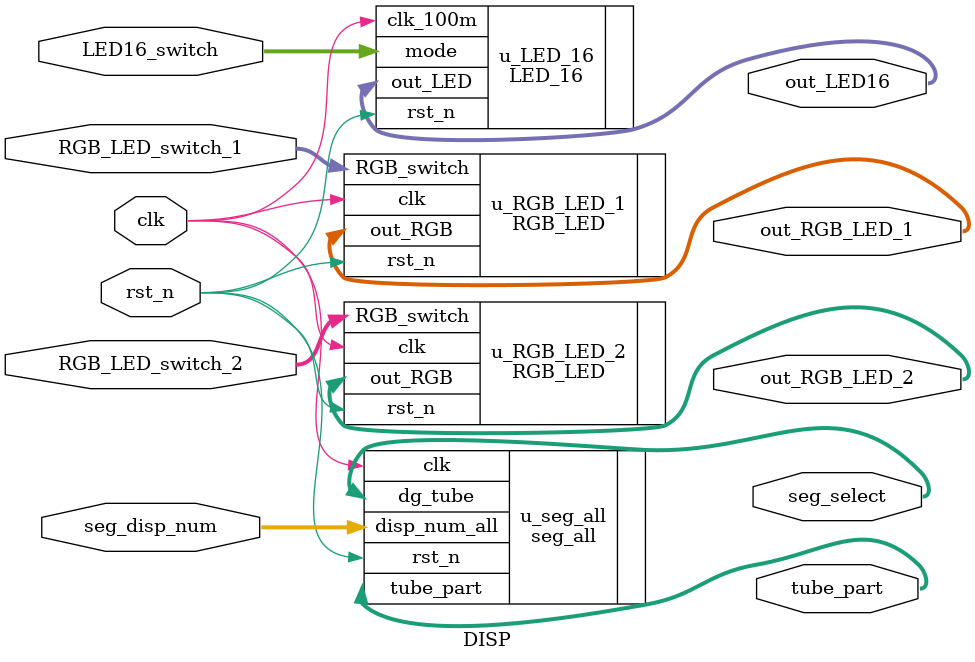
<source format=v>
`timescale 1ns / 1ps

module DISP #(
    parameter u_seg_all_one_dis_t = 25'd1_000_00,
    parameter u_LED_16_cnt_max4_blink = 32'd500_000_00,
    parameter u_LED_16_min_s4breath = 32'd99,
    parameter u_LED_16_T_10ms4breath = 32'd499999
)
(
    input clk,
    input rst_n,
    input [39:0]seg_disp_num,
    input [1:0]LED16_switch,
    input [2:0]RGB_LED_switch_1,
    input [2:0]RGB_LED_switch_2,
    output wire [7:0]seg_select,
    output wire [7:0]tube_part,
    output wire [15:0]out_LED16,
    output wire [2:0]out_RGB_LED_1,
    output wire [2:0]out_RGB_LED_2
    );
    seg_all #(
        .one_dis_t(u_seg_all_one_dis_t)
    )
    u_seg_all(
        .clk(clk),
        .rst_n(rst_n),
        .disp_num_all(seg_disp_num),
        .dg_tube(seg_select),
        .tube_part(tube_part)
    );
    LED_16 u_LED_16(
        .mode(LED16_switch),
        .rst_n(rst_n),
        .clk_100m(clk),
        .out_LED(out_LED16)
    );
    RGB_LED u_RGB_LED_1(
        .clk(clk),
        .RGB_switch(RGB_LED_switch_1),
        .rst_n(rst_n),
        .out_RGB(out_RGB_LED_1)
    );
    RGB_LED u_RGB_LED_2(
        .clk(clk),
        .RGB_switch(RGB_LED_switch_2),
        .rst_n(rst_n),
        .out_RGB(out_RGB_LED_2)
    );
endmodule

</source>
